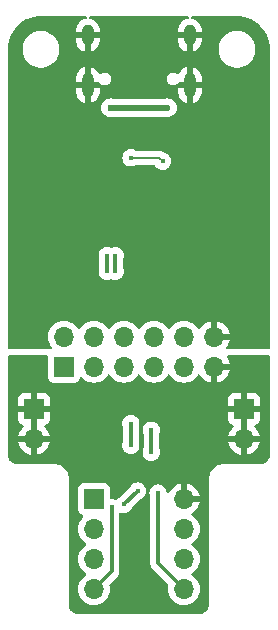
<source format=gbl>
%TF.GenerationSoftware,KiCad,Pcbnew,8.0.8*%
%TF.CreationDate,2025-02-23T09:20:06-05:00*%
%TF.ProjectId,attinyx12_dev,61747469-6e79-4783-9132-5f6465762e6b,rev?*%
%TF.SameCoordinates,Original*%
%TF.FileFunction,Copper,L2,Bot*%
%TF.FilePolarity,Positive*%
%FSLAX46Y46*%
G04 Gerber Fmt 4.6, Leading zero omitted, Abs format (unit mm)*
G04 Created by KiCad (PCBNEW 8.0.8) date 2025-02-23 09:20:06*
%MOMM*%
%LPD*%
G01*
G04 APERTURE LIST*
%TA.AperFunction,ComponentPad*%
%ADD10R,1.700000X1.700000*%
%TD*%
%TA.AperFunction,ComponentPad*%
%ADD11O,1.700000X1.700000*%
%TD*%
%TA.AperFunction,ComponentPad*%
%ADD12O,1.000000X2.100000*%
%TD*%
%TA.AperFunction,ComponentPad*%
%ADD13O,1.000000X1.800000*%
%TD*%
%TA.AperFunction,ViaPad*%
%ADD14C,0.600000*%
%TD*%
%TA.AperFunction,ViaPad*%
%ADD15C,0.800000*%
%TD*%
%TA.AperFunction,ViaPad*%
%ADD16C,0.450000*%
%TD*%
%TA.AperFunction,Conductor*%
%ADD17C,0.300000*%
%TD*%
%TA.AperFunction,Conductor*%
%ADD18C,0.500000*%
%TD*%
%TA.AperFunction,Conductor*%
%ADD19C,0.200000*%
%TD*%
G04 APERTURE END LIST*
D10*
%TO.P,J4,1,Pin_1*%
%TO.N,+5VA*%
X5955000Y-30875000D03*
D11*
%TO.P,J4,2,Pin_2*%
%TO.N,+5V*%
X5955000Y-28335000D03*
%TO.P,J4,3,Pin_3*%
%TO.N,/PA7*%
X8495000Y-30875000D03*
%TO.P,J4,4,Pin_4*%
%TO.N,/TX*%
X8495000Y-28335000D03*
%TO.P,J4,5,Pin_5*%
%TO.N,/PA6*%
X11035000Y-30875000D03*
%TO.P,J4,6,Pin_6*%
%TO.N,/RX*%
X11035000Y-28335000D03*
%TO.P,J4,7,Pin_7*%
%TO.N,/PA0*%
X13575000Y-30875000D03*
%TO.P,J4,8,Pin_8*%
%TO.N,/UPDI*%
X13575000Y-28335000D03*
%TO.P,J4,9,Pin_9*%
%TO.N,/PA3*%
X16115000Y-30875000D03*
%TO.P,J4,10,Pin_10*%
%TO.N,/LED*%
X16115000Y-28335000D03*
%TO.P,J4,11,Pin_11*%
%TO.N,GND1*%
X18655000Y-30875000D03*
%TO.P,J4,12,Pin_12*%
%TO.N,GND*%
X18655000Y-28335000D03*
%TD*%
D12*
%TO.P,J1,S1,SHIELD*%
%TO.N,GND*%
X16620000Y-7025000D03*
D13*
X16620000Y-2825000D03*
D12*
X7980000Y-7025000D03*
D13*
X7980000Y-2825000D03*
%TD*%
D10*
%TO.P,J6,1,Pin_1*%
%TO.N,GND1*%
X21190000Y-34460000D03*
D11*
%TO.P,J6,2,Pin_2*%
X21190000Y-37000000D03*
%TD*%
D10*
%TO.P,J5,1,Pin_1*%
%TO.N,GND1*%
X3410000Y-34460000D03*
D11*
%TO.P,J5,2,Pin_2*%
X3410000Y-37000000D03*
%TD*%
D10*
%TO.P,J2,1,Pin_1*%
%TO.N,+5VA*%
X8490000Y-42080000D03*
D11*
%TO.P,J2,2,Pin_2*%
%TO.N,/PA6*%
X8490000Y-44620000D03*
%TO.P,J2,3,Pin_3*%
%TO.N,/PA7*%
X8490000Y-47160000D03*
%TO.P,J2,4,Pin_4*%
%TO.N,/PA1*%
X8490000Y-49700000D03*
%TD*%
%TO.P,J3,1,Pin_1*%
%TO.N,GND1*%
X16110000Y-42080000D03*
%TO.P,J3,2,Pin_2*%
%TO.N,/PA3*%
X16110000Y-44620000D03*
%TO.P,J3,3,Pin_3*%
%TO.N,/PA0*%
X16110000Y-47160000D03*
%TO.P,J3,4,Pin_4*%
%TO.N,/PA2*%
X16110000Y-49700000D03*
%TD*%
D14*
%TO.N,GND*%
X13650000Y-22880000D03*
D15*
X12310000Y-17437500D03*
X11310000Y-17437500D03*
D14*
X5230000Y-15300000D03*
X8600000Y-8870000D03*
X5230000Y-13580000D03*
X19420000Y-21050000D03*
X3200000Y-10690000D03*
X15500000Y-13020000D03*
D15*
X13310000Y-17437500D03*
D14*
X15500000Y-14740000D03*
X15510000Y-11320000D03*
X16000000Y-8870000D03*
%TO.N,GND1*%
X7370000Y-37700000D03*
X16460000Y-35000000D03*
D16*
%TO.N,/PA1*%
X9984999Y-42785001D03*
%TO.N,/PA6*%
X12194000Y-41400000D03*
X11044001Y-42539172D03*
%TO.N,/PA7*%
X11619000Y-37530000D03*
X11619000Y-35690000D03*
%TO.N,/PA2*%
X13919000Y-41568413D03*
%TO.N,/PA3*%
X13344000Y-36250000D03*
X13344000Y-38110000D03*
%TO.N,/TX*%
X9610000Y-22815000D03*
X9610000Y-21465000D03*
%TO.N,/RX*%
X10310000Y-21465000D03*
X10310000Y-22815000D03*
D14*
%TO.N,Net-(F1-Pad1)*%
X9910000Y-8960000D03*
X14700000Y-8960000D03*
D16*
%TO.N,/UD+*%
X11625000Y-13194591D03*
X14310000Y-13480000D03*
%TD*%
D17*
%TO.N,/PA1*%
X9984999Y-48205001D02*
X8490000Y-49700000D01*
X9984999Y-42785001D02*
X9984999Y-48205001D01*
%TO.N,/PA6*%
X11044001Y-42539172D02*
X11054828Y-42539172D01*
X11054828Y-42539172D02*
X12194000Y-41400000D01*
%TO.N,/PA7*%
X11619000Y-37530000D02*
X11619000Y-35690000D01*
%TO.N,/PA2*%
X13919000Y-47509000D02*
X16110000Y-49700000D01*
X13919000Y-41568413D02*
X13919000Y-47509000D01*
%TO.N,/PA3*%
X13344000Y-36250000D02*
X13344000Y-38110000D01*
%TO.N,/TX*%
X9610000Y-21465000D02*
X9610000Y-22815000D01*
%TO.N,/RX*%
X10310000Y-21465000D02*
X10310000Y-22815000D01*
D18*
%TO.N,Net-(F1-Pad1)*%
X9910000Y-8960000D02*
X14700000Y-8960000D01*
D19*
%TO.N,/UD+*%
X14024591Y-13194591D02*
X14310000Y-13480000D01*
X11625000Y-13194591D02*
X14024591Y-13194591D01*
%TD*%
%TA.AperFunction,Conductor*%
%TO.N,GND*%
G36*
X7818196Y-1220184D02*
G01*
X7863951Y-1272988D01*
X7873895Y-1342146D01*
X7844870Y-1405702D01*
X7786092Y-1443476D01*
X7775348Y-1446116D01*
X7688318Y-1463427D01*
X7688306Y-1463430D01*
X7506328Y-1538807D01*
X7506315Y-1538814D01*
X7342537Y-1648248D01*
X7342533Y-1648251D01*
X7203251Y-1787533D01*
X7203248Y-1787537D01*
X7093814Y-1951315D01*
X7093807Y-1951328D01*
X7018430Y-2133306D01*
X7018427Y-2133318D01*
X6980000Y-2326504D01*
X6980000Y-2575000D01*
X7680000Y-2575000D01*
X7680000Y-3075000D01*
X6980000Y-3075000D01*
X6980000Y-3323495D01*
X7018427Y-3516681D01*
X7018430Y-3516693D01*
X7093807Y-3698671D01*
X7093814Y-3698684D01*
X7203248Y-3862462D01*
X7203251Y-3862466D01*
X7342533Y-4001748D01*
X7342537Y-4001751D01*
X7506315Y-4111185D01*
X7506328Y-4111192D01*
X7688308Y-4186569D01*
X7730000Y-4194862D01*
X7730000Y-3391988D01*
X7739940Y-3409205D01*
X7795795Y-3465060D01*
X7864204Y-3504556D01*
X7940504Y-3525000D01*
X8019496Y-3525000D01*
X8095796Y-3504556D01*
X8164205Y-3465060D01*
X8220060Y-3409205D01*
X8230000Y-3391988D01*
X8230000Y-4194862D01*
X8271690Y-4186569D01*
X8271692Y-4186569D01*
X8453671Y-4111192D01*
X8453684Y-4111185D01*
X8617462Y-4001751D01*
X8617466Y-4001748D01*
X8756748Y-3862466D01*
X8756751Y-3862462D01*
X8866185Y-3698684D01*
X8866192Y-3698671D01*
X8941569Y-3516693D01*
X8941572Y-3516681D01*
X8979999Y-3323495D01*
X8980000Y-3323492D01*
X8980000Y-3075000D01*
X8280000Y-3075000D01*
X8280000Y-2575000D01*
X8980000Y-2575000D01*
X8980000Y-2326508D01*
X8979999Y-2326504D01*
X8941572Y-2133318D01*
X8941569Y-2133306D01*
X8866192Y-1951328D01*
X8866185Y-1951315D01*
X8756751Y-1787537D01*
X8756748Y-1787533D01*
X8617466Y-1648251D01*
X8617462Y-1648248D01*
X8453684Y-1538814D01*
X8453671Y-1538807D01*
X8271693Y-1463430D01*
X8271681Y-1463427D01*
X8184652Y-1446116D01*
X8122741Y-1413732D01*
X8088167Y-1353016D01*
X8091906Y-1283246D01*
X8132772Y-1226574D01*
X8197790Y-1200993D01*
X8208843Y-1200499D01*
X16391157Y-1200499D01*
X16458196Y-1220184D01*
X16503951Y-1272988D01*
X16513895Y-1342146D01*
X16484870Y-1405702D01*
X16426092Y-1443476D01*
X16415348Y-1446116D01*
X16328318Y-1463427D01*
X16328306Y-1463430D01*
X16146328Y-1538807D01*
X16146315Y-1538814D01*
X15982537Y-1648248D01*
X15982533Y-1648251D01*
X15843251Y-1787533D01*
X15843248Y-1787537D01*
X15733814Y-1951315D01*
X15733807Y-1951328D01*
X15658430Y-2133306D01*
X15658427Y-2133318D01*
X15620000Y-2326504D01*
X15620000Y-2575000D01*
X16320000Y-2575000D01*
X16320000Y-3075000D01*
X15620000Y-3075000D01*
X15620000Y-3323495D01*
X15658427Y-3516681D01*
X15658430Y-3516693D01*
X15733807Y-3698671D01*
X15733814Y-3698684D01*
X15843248Y-3862462D01*
X15843251Y-3862466D01*
X15982533Y-4001748D01*
X15982537Y-4001751D01*
X16146315Y-4111185D01*
X16146328Y-4111192D01*
X16328308Y-4186569D01*
X16370000Y-4194862D01*
X16370000Y-3391988D01*
X16379940Y-3409205D01*
X16435795Y-3465060D01*
X16504204Y-3504556D01*
X16580504Y-3525000D01*
X16659496Y-3525000D01*
X16735796Y-3504556D01*
X16804205Y-3465060D01*
X16860060Y-3409205D01*
X16870000Y-3391988D01*
X16870000Y-4194862D01*
X16911690Y-4186569D01*
X16911692Y-4186569D01*
X17093671Y-4111192D01*
X17093684Y-4111185D01*
X17257462Y-4001751D01*
X17257466Y-4001748D01*
X17381241Y-3877973D01*
X19049500Y-3877973D01*
X19049500Y-4122026D01*
X19087678Y-4363072D01*
X19163097Y-4595187D01*
X19273896Y-4812642D01*
X19417339Y-5010076D01*
X19417343Y-5010081D01*
X19589918Y-5182656D01*
X19589923Y-5182660D01*
X19762136Y-5307779D01*
X19787361Y-5326106D01*
X20004815Y-5436904D01*
X20236924Y-5512321D01*
X20477973Y-5550500D01*
X20477974Y-5550500D01*
X20722026Y-5550500D01*
X20722027Y-5550500D01*
X20963076Y-5512321D01*
X21195185Y-5436904D01*
X21412639Y-5326106D01*
X21610083Y-5182655D01*
X21782655Y-5010083D01*
X21926106Y-4812639D01*
X22036904Y-4595185D01*
X22112321Y-4363076D01*
X22150500Y-4122027D01*
X22150500Y-3877973D01*
X22112321Y-3636924D01*
X22036904Y-3404815D01*
X21926106Y-3187361D01*
X21907779Y-3162136D01*
X21782660Y-2989923D01*
X21782656Y-2989918D01*
X21610081Y-2817343D01*
X21610076Y-2817339D01*
X21412642Y-2673896D01*
X21412641Y-2673895D01*
X21412639Y-2673894D01*
X21195185Y-2563096D01*
X20963076Y-2487679D01*
X20963074Y-2487678D01*
X20963072Y-2487678D01*
X20794769Y-2461021D01*
X20722027Y-2449500D01*
X20477973Y-2449500D01*
X20422093Y-2458350D01*
X20236927Y-2487678D01*
X20004812Y-2563097D01*
X19787357Y-2673896D01*
X19589923Y-2817339D01*
X19589918Y-2817343D01*
X19417343Y-2989918D01*
X19417339Y-2989923D01*
X19273896Y-3187357D01*
X19163097Y-3404812D01*
X19087678Y-3636927D01*
X19049500Y-3877973D01*
X17381241Y-3877973D01*
X17396748Y-3862466D01*
X17396751Y-3862462D01*
X17506185Y-3698684D01*
X17506192Y-3698671D01*
X17581569Y-3516693D01*
X17581572Y-3516681D01*
X17619999Y-3323495D01*
X17620000Y-3323492D01*
X17620000Y-3075000D01*
X16920000Y-3075000D01*
X16920000Y-2575000D01*
X17620000Y-2575000D01*
X17620000Y-2326508D01*
X17619999Y-2326504D01*
X17581572Y-2133318D01*
X17581569Y-2133306D01*
X17506192Y-1951328D01*
X17506185Y-1951315D01*
X17396751Y-1787537D01*
X17396748Y-1787533D01*
X17257466Y-1648251D01*
X17257462Y-1648248D01*
X17093684Y-1538814D01*
X17093671Y-1538807D01*
X16911693Y-1463430D01*
X16911681Y-1463427D01*
X16824652Y-1446116D01*
X16762741Y-1413732D01*
X16728167Y-1353016D01*
X16731906Y-1283246D01*
X16772772Y-1226574D01*
X16837790Y-1200993D01*
X16848843Y-1200499D01*
X20535451Y-1200499D01*
X20535455Y-1200500D01*
X20560118Y-1200500D01*
X20596519Y-1200500D01*
X20603472Y-1200695D01*
X20610280Y-1201077D01*
X20906503Y-1217713D01*
X20920301Y-1219267D01*
X21216080Y-1269522D01*
X21229636Y-1272616D01*
X21517927Y-1355672D01*
X21531051Y-1360265D01*
X21755073Y-1453057D01*
X21808219Y-1475071D01*
X21808222Y-1475072D01*
X21820744Y-1481101D01*
X21925154Y-1538807D01*
X22083328Y-1626227D01*
X22095102Y-1633625D01*
X22115716Y-1648251D01*
X22339789Y-1807239D01*
X22350657Y-1815907D01*
X22574352Y-2015815D01*
X22584184Y-2025647D01*
X22784092Y-2249342D01*
X22792763Y-2260214D01*
X22966374Y-2504897D01*
X22973772Y-2516671D01*
X23118894Y-2779248D01*
X23124927Y-2791777D01*
X23239734Y-3068948D01*
X23244327Y-3082072D01*
X23327383Y-3370363D01*
X23330477Y-3383920D01*
X23380730Y-3679689D01*
X23382287Y-3693507D01*
X23399304Y-3996525D01*
X23399499Y-4003478D01*
X23399499Y-29276000D01*
X23379814Y-29343039D01*
X23327010Y-29388794D01*
X23275499Y-29400000D01*
X19795525Y-29400000D01*
X19728486Y-29380315D01*
X19682731Y-29327511D01*
X19672787Y-29258353D01*
X19693951Y-29204876D01*
X19828595Y-29012585D01*
X19828599Y-29012579D01*
X19928429Y-28798492D01*
X19928432Y-28798486D01*
X19985636Y-28585000D01*
X19088012Y-28585000D01*
X19120925Y-28527993D01*
X19155000Y-28400826D01*
X19155000Y-28269174D01*
X19120925Y-28142007D01*
X19088012Y-28085000D01*
X19985636Y-28085000D01*
X19985635Y-28084999D01*
X19928432Y-27871513D01*
X19928429Y-27871507D01*
X19828600Y-27657422D01*
X19828599Y-27657420D01*
X19693113Y-27463926D01*
X19693108Y-27463920D01*
X19526082Y-27296894D01*
X19332578Y-27161399D01*
X19118492Y-27061570D01*
X19118486Y-27061567D01*
X18905000Y-27004364D01*
X18905000Y-27901988D01*
X18847993Y-27869075D01*
X18720826Y-27835000D01*
X18589174Y-27835000D01*
X18462007Y-27869075D01*
X18405000Y-27901988D01*
X18405000Y-27004364D01*
X18404999Y-27004364D01*
X18191513Y-27061567D01*
X18191507Y-27061570D01*
X17977422Y-27161399D01*
X17977420Y-27161400D01*
X17783926Y-27296886D01*
X17783920Y-27296891D01*
X17616891Y-27463920D01*
X17616890Y-27463922D01*
X17486880Y-27649595D01*
X17432303Y-27693219D01*
X17362804Y-27700412D01*
X17300450Y-27668890D01*
X17283730Y-27649594D01*
X17153494Y-27463597D01*
X16986402Y-27296506D01*
X16986395Y-27296501D01*
X16792834Y-27160967D01*
X16792830Y-27160965D01*
X16792828Y-27160964D01*
X16578663Y-27061097D01*
X16578659Y-27061096D01*
X16578655Y-27061094D01*
X16350413Y-26999938D01*
X16350403Y-26999936D01*
X16115001Y-26979341D01*
X16114999Y-26979341D01*
X15879596Y-26999936D01*
X15879586Y-26999938D01*
X15651344Y-27061094D01*
X15651335Y-27061098D01*
X15437171Y-27160964D01*
X15437169Y-27160965D01*
X15243597Y-27296505D01*
X15076505Y-27463597D01*
X14946575Y-27649158D01*
X14891998Y-27692783D01*
X14822500Y-27699977D01*
X14760145Y-27668454D01*
X14743425Y-27649158D01*
X14613494Y-27463597D01*
X14446402Y-27296506D01*
X14446395Y-27296501D01*
X14252834Y-27160967D01*
X14252830Y-27160965D01*
X14252828Y-27160964D01*
X14038663Y-27061097D01*
X14038659Y-27061096D01*
X14038655Y-27061094D01*
X13810413Y-26999938D01*
X13810403Y-26999936D01*
X13575001Y-26979341D01*
X13574999Y-26979341D01*
X13339596Y-26999936D01*
X13339586Y-26999938D01*
X13111344Y-27061094D01*
X13111335Y-27061098D01*
X12897171Y-27160964D01*
X12897169Y-27160965D01*
X12703597Y-27296505D01*
X12536505Y-27463597D01*
X12406575Y-27649158D01*
X12351998Y-27692783D01*
X12282500Y-27699977D01*
X12220145Y-27668454D01*
X12203425Y-27649158D01*
X12073494Y-27463597D01*
X11906402Y-27296506D01*
X11906395Y-27296501D01*
X11712834Y-27160967D01*
X11712830Y-27160965D01*
X11712828Y-27160964D01*
X11498663Y-27061097D01*
X11498659Y-27061096D01*
X11498655Y-27061094D01*
X11270413Y-26999938D01*
X11270403Y-26999936D01*
X11035001Y-26979341D01*
X11034999Y-26979341D01*
X10799596Y-26999936D01*
X10799586Y-26999938D01*
X10571344Y-27061094D01*
X10571335Y-27061098D01*
X10357171Y-27160964D01*
X10357169Y-27160965D01*
X10163597Y-27296505D01*
X9996505Y-27463597D01*
X9866575Y-27649158D01*
X9811998Y-27692783D01*
X9742500Y-27699977D01*
X9680145Y-27668454D01*
X9663425Y-27649158D01*
X9533494Y-27463597D01*
X9366402Y-27296506D01*
X9366395Y-27296501D01*
X9172834Y-27160967D01*
X9172830Y-27160965D01*
X9172828Y-27160964D01*
X8958663Y-27061097D01*
X8958659Y-27061096D01*
X8958655Y-27061094D01*
X8730413Y-26999938D01*
X8730403Y-26999936D01*
X8495001Y-26979341D01*
X8494999Y-26979341D01*
X8259596Y-26999936D01*
X8259586Y-26999938D01*
X8031344Y-27061094D01*
X8031335Y-27061098D01*
X7817171Y-27160964D01*
X7817169Y-27160965D01*
X7623597Y-27296505D01*
X7456505Y-27463597D01*
X7326575Y-27649158D01*
X7271998Y-27692783D01*
X7202500Y-27699977D01*
X7140145Y-27668454D01*
X7123425Y-27649158D01*
X6993494Y-27463597D01*
X6826402Y-27296506D01*
X6826395Y-27296501D01*
X6632834Y-27160967D01*
X6632830Y-27160965D01*
X6632828Y-27160964D01*
X6418663Y-27061097D01*
X6418659Y-27061096D01*
X6418655Y-27061094D01*
X6190413Y-26999938D01*
X6190403Y-26999936D01*
X5955001Y-26979341D01*
X5954999Y-26979341D01*
X5719596Y-26999936D01*
X5719586Y-26999938D01*
X5491344Y-27061094D01*
X5491335Y-27061098D01*
X5277171Y-27160964D01*
X5277169Y-27160965D01*
X5083597Y-27296505D01*
X4916505Y-27463597D01*
X4780965Y-27657169D01*
X4780964Y-27657171D01*
X4681098Y-27871335D01*
X4681094Y-27871344D01*
X4619938Y-28099586D01*
X4619936Y-28099596D01*
X4599341Y-28334999D01*
X4599341Y-28335000D01*
X4619936Y-28570403D01*
X4619938Y-28570413D01*
X4681094Y-28798655D01*
X4681096Y-28798659D01*
X4681097Y-28798663D01*
X4761004Y-28970023D01*
X4780965Y-29012830D01*
X4780967Y-29012834D01*
X4915437Y-29204877D01*
X4937764Y-29271083D01*
X4920754Y-29338850D01*
X4869806Y-29386663D01*
X4813862Y-29400000D01*
X1324501Y-29400000D01*
X1257462Y-29380315D01*
X1211707Y-29327511D01*
X1200501Y-29276000D01*
X1200501Y-21464996D01*
X8879909Y-21464996D01*
X8879909Y-21465003D01*
X8898212Y-21627457D01*
X8952541Y-21782718D01*
X8959500Y-21823673D01*
X8959500Y-22456325D01*
X8952542Y-22497279D01*
X8898212Y-22652544D01*
X8879909Y-22814996D01*
X8879909Y-22815003D01*
X8898212Y-22977455D01*
X8952210Y-23131774D01*
X8952211Y-23131775D01*
X9039192Y-23270204D01*
X9154796Y-23385808D01*
X9293225Y-23472789D01*
X9447539Y-23526786D01*
X9447542Y-23526786D01*
X9447544Y-23526787D01*
X9609996Y-23545091D01*
X9610000Y-23545091D01*
X9610004Y-23545091D01*
X9772457Y-23526787D01*
X9772459Y-23526786D01*
X9772461Y-23526786D01*
X9919047Y-23475492D01*
X9988823Y-23471930D01*
X10000939Y-23475488D01*
X10147539Y-23526786D01*
X10147542Y-23526787D01*
X10309996Y-23545091D01*
X10310000Y-23545091D01*
X10310004Y-23545091D01*
X10472455Y-23526787D01*
X10472456Y-23526786D01*
X10472461Y-23526786D01*
X10626775Y-23472789D01*
X10765204Y-23385808D01*
X10880808Y-23270204D01*
X10967789Y-23131775D01*
X11021786Y-22977461D01*
X11040091Y-22815000D01*
X11021786Y-22652539D01*
X10967789Y-22498225D01*
X10967458Y-22497279D01*
X10960500Y-22456325D01*
X10960500Y-21823673D01*
X10967459Y-21782718D01*
X11021787Y-21627457D01*
X11040091Y-21465003D01*
X11040091Y-21464996D01*
X11021787Y-21302544D01*
X11021786Y-21302542D01*
X11021786Y-21302539D01*
X10967789Y-21148225D01*
X10880808Y-21009796D01*
X10765204Y-20894192D01*
X10659999Y-20828087D01*
X10626774Y-20807210D01*
X10472455Y-20753212D01*
X10310004Y-20734909D01*
X10309996Y-20734909D01*
X10147544Y-20753212D01*
X10000954Y-20804506D01*
X9931175Y-20808067D01*
X9919046Y-20804506D01*
X9772455Y-20753212D01*
X9610004Y-20734909D01*
X9609996Y-20734909D01*
X9447544Y-20753212D01*
X9293225Y-20807210D01*
X9154795Y-20894192D01*
X9039192Y-21009795D01*
X8952210Y-21148225D01*
X8898212Y-21302544D01*
X8879909Y-21464996D01*
X1200501Y-21464996D01*
X1200500Y-13194587D01*
X10894909Y-13194587D01*
X10894909Y-13194594D01*
X10913212Y-13357046D01*
X10967210Y-13511365D01*
X10967211Y-13511366D01*
X11054192Y-13649795D01*
X11169796Y-13765399D01*
X11308225Y-13852380D01*
X11462539Y-13906377D01*
X11462542Y-13906377D01*
X11462544Y-13906378D01*
X11624996Y-13924682D01*
X11625000Y-13924682D01*
X11625004Y-13924682D01*
X11787455Y-13906378D01*
X11787456Y-13906377D01*
X11787461Y-13906377D01*
X11941775Y-13852380D01*
X12002702Y-13814096D01*
X12068674Y-13795091D01*
X13582621Y-13795091D01*
X13649660Y-13814776D01*
X13687613Y-13853117D01*
X13739192Y-13935204D01*
X13854796Y-14050808D01*
X13993225Y-14137789D01*
X14147539Y-14191786D01*
X14147542Y-14191786D01*
X14147544Y-14191787D01*
X14309996Y-14210091D01*
X14310000Y-14210091D01*
X14310004Y-14210091D01*
X14472455Y-14191787D01*
X14472456Y-14191786D01*
X14472461Y-14191786D01*
X14626775Y-14137789D01*
X14765204Y-14050808D01*
X14880808Y-13935204D01*
X14967789Y-13796775D01*
X15021786Y-13642461D01*
X15040091Y-13480000D01*
X15026237Y-13357046D01*
X15021787Y-13317544D01*
X15021786Y-13317542D01*
X15021786Y-13317539D01*
X14967789Y-13163225D01*
X14880808Y-13024796D01*
X14765204Y-12909192D01*
X14715270Y-12877816D01*
X14626774Y-12822210D01*
X14546363Y-12794073D01*
X14472461Y-12768214D01*
X14472458Y-12768213D01*
X14465889Y-12765915D01*
X14466508Y-12764143D01*
X14414792Y-12735556D01*
X14393308Y-12714072D01*
X14393307Y-12714071D01*
X14306495Y-12663951D01*
X14306495Y-12663950D01*
X14306491Y-12663949D01*
X14256376Y-12635014D01*
X14103648Y-12594090D01*
X13945534Y-12594090D01*
X13937938Y-12594090D01*
X13937922Y-12594091D01*
X12068674Y-12594091D01*
X12002702Y-12575085D01*
X11941774Y-12536801D01*
X11787455Y-12482803D01*
X11625004Y-12464500D01*
X11624996Y-12464500D01*
X11462544Y-12482803D01*
X11308225Y-12536801D01*
X11169795Y-12623783D01*
X11054192Y-12739386D01*
X10967210Y-12877816D01*
X10913212Y-13032135D01*
X10894909Y-13194587D01*
X1200500Y-13194587D01*
X1200500Y-8959996D01*
X9104435Y-8959996D01*
X9104435Y-8960003D01*
X9124630Y-9139249D01*
X9124631Y-9139254D01*
X9184211Y-9309523D01*
X9280184Y-9462262D01*
X9407738Y-9589816D01*
X9560478Y-9685789D01*
X9631098Y-9710500D01*
X9730745Y-9745368D01*
X9730750Y-9745369D01*
X9909996Y-9765565D01*
X9910000Y-9765565D01*
X9910004Y-9765565D01*
X10089249Y-9745369D01*
X10089252Y-9745368D01*
X10089255Y-9745368D01*
X10169017Y-9717457D01*
X10209972Y-9710500D01*
X14400028Y-9710500D01*
X14440983Y-9717458D01*
X14520745Y-9745368D01*
X14520750Y-9745369D01*
X14699996Y-9765565D01*
X14700000Y-9765565D01*
X14700004Y-9765565D01*
X14879249Y-9745369D01*
X14879252Y-9745368D01*
X14879255Y-9745368D01*
X15049522Y-9685789D01*
X15202262Y-9589816D01*
X15329816Y-9462262D01*
X15425789Y-9309522D01*
X15485368Y-9139255D01*
X15505565Y-8960000D01*
X15485368Y-8780745D01*
X15425789Y-8610478D01*
X15329816Y-8457738D01*
X15202262Y-8330184D01*
X15049523Y-8234211D01*
X14879254Y-8174631D01*
X14879249Y-8174630D01*
X14700004Y-8154435D01*
X14699996Y-8154435D01*
X14520750Y-8174630D01*
X14520745Y-8174631D01*
X14440983Y-8202542D01*
X14400028Y-8209500D01*
X10209972Y-8209500D01*
X10169017Y-8202542D01*
X10089254Y-8174631D01*
X10089249Y-8174630D01*
X9910004Y-8154435D01*
X9909996Y-8154435D01*
X9730750Y-8174630D01*
X9730745Y-8174631D01*
X9560476Y-8234211D01*
X9407737Y-8330184D01*
X9280184Y-8457737D01*
X9184211Y-8610476D01*
X9124631Y-8780745D01*
X9124630Y-8780750D01*
X9104435Y-8959996D01*
X1200500Y-8959996D01*
X1200500Y-6376504D01*
X6980000Y-6376504D01*
X6980000Y-6775000D01*
X7680000Y-6775000D01*
X7680000Y-7275000D01*
X6980000Y-7275000D01*
X6980000Y-7673495D01*
X7018427Y-7866681D01*
X7018430Y-7866693D01*
X7093807Y-8048671D01*
X7093814Y-8048684D01*
X7203248Y-8212462D01*
X7203251Y-8212466D01*
X7342533Y-8351748D01*
X7342537Y-8351751D01*
X7506315Y-8461185D01*
X7506328Y-8461192D01*
X7688308Y-8536569D01*
X7730000Y-8544862D01*
X7730000Y-7741988D01*
X7739940Y-7759205D01*
X7795795Y-7815060D01*
X7864204Y-7854556D01*
X7940504Y-7875000D01*
X8019496Y-7875000D01*
X8095796Y-7854556D01*
X8164205Y-7815060D01*
X8220060Y-7759205D01*
X8230000Y-7741988D01*
X8230000Y-8544862D01*
X8271690Y-8536569D01*
X8271692Y-8536569D01*
X8453671Y-8461192D01*
X8453684Y-8461185D01*
X8617462Y-8351751D01*
X8617466Y-8351748D01*
X8756748Y-8212466D01*
X8756751Y-8212462D01*
X8866185Y-8048684D01*
X8866192Y-8048671D01*
X8941569Y-7866693D01*
X8941572Y-7866681D01*
X8979999Y-7673495D01*
X8980000Y-7673492D01*
X8980000Y-7275000D01*
X8280000Y-7275000D01*
X8280000Y-6775000D01*
X8887934Y-6775000D01*
X8954973Y-6794685D01*
X8986309Y-6823513D01*
X8989494Y-6827664D01*
X8989495Y-6827665D01*
X9087335Y-6925505D01*
X9207164Y-6994688D01*
X9340817Y-7030500D01*
X9340819Y-7030500D01*
X9479181Y-7030500D01*
X9479183Y-7030500D01*
X9612836Y-6994688D01*
X9732665Y-6925505D01*
X9830505Y-6827665D01*
X9899688Y-6707836D01*
X9935500Y-6574183D01*
X9935500Y-6435817D01*
X14664500Y-6435817D01*
X14664500Y-6574182D01*
X14700312Y-6707835D01*
X14700313Y-6707838D01*
X14769492Y-6827661D01*
X14769494Y-6827664D01*
X14769495Y-6827665D01*
X14867335Y-6925505D01*
X14987164Y-6994688D01*
X15120817Y-7030500D01*
X15120819Y-7030500D01*
X15259181Y-7030500D01*
X15259183Y-7030500D01*
X15392836Y-6994688D01*
X15512665Y-6925505D01*
X15610505Y-6827665D01*
X15610507Y-6827660D01*
X15613691Y-6823513D01*
X15670119Y-6782311D01*
X15712066Y-6775000D01*
X16320000Y-6775000D01*
X16320000Y-7275000D01*
X15620000Y-7275000D01*
X15620000Y-7673495D01*
X15658427Y-7866681D01*
X15658430Y-7866693D01*
X15733807Y-8048671D01*
X15733814Y-8048684D01*
X15843248Y-8212462D01*
X15843251Y-8212466D01*
X15982533Y-8351748D01*
X15982537Y-8351751D01*
X16146315Y-8461185D01*
X16146328Y-8461192D01*
X16328308Y-8536569D01*
X16370000Y-8544862D01*
X16370000Y-7741988D01*
X16379940Y-7759205D01*
X16435795Y-7815060D01*
X16504204Y-7854556D01*
X16580504Y-7875000D01*
X16659496Y-7875000D01*
X16735796Y-7854556D01*
X16804205Y-7815060D01*
X16860060Y-7759205D01*
X16870000Y-7741988D01*
X16870000Y-8544862D01*
X16911690Y-8536569D01*
X16911692Y-8536569D01*
X17093671Y-8461192D01*
X17093684Y-8461185D01*
X17257462Y-8351751D01*
X17257466Y-8351748D01*
X17396748Y-8212466D01*
X17396751Y-8212462D01*
X17506185Y-8048684D01*
X17506192Y-8048671D01*
X17581569Y-7866693D01*
X17581572Y-7866681D01*
X17619999Y-7673495D01*
X17620000Y-7673492D01*
X17620000Y-7275000D01*
X16920000Y-7275000D01*
X16920000Y-6775000D01*
X17620000Y-6775000D01*
X17620000Y-6376508D01*
X17619999Y-6376504D01*
X17581572Y-6183318D01*
X17581569Y-6183306D01*
X17506192Y-6001328D01*
X17506185Y-6001315D01*
X17396751Y-5837537D01*
X17396748Y-5837533D01*
X17257466Y-5698251D01*
X17257462Y-5698248D01*
X17093684Y-5588814D01*
X17093671Y-5588807D01*
X16911691Y-5513429D01*
X16911683Y-5513427D01*
X16870000Y-5505135D01*
X16870000Y-6308011D01*
X16860060Y-6290795D01*
X16804205Y-6234940D01*
X16735796Y-6195444D01*
X16659496Y-6175000D01*
X16580504Y-6175000D01*
X16504204Y-6195444D01*
X16435795Y-6234940D01*
X16379940Y-6290795D01*
X16370000Y-6308011D01*
X16370000Y-5505136D01*
X16369999Y-5505135D01*
X16328316Y-5513427D01*
X16328308Y-5513429D01*
X16146328Y-5588807D01*
X16146315Y-5588814D01*
X15982537Y-5698248D01*
X15982533Y-5698251D01*
X15843251Y-5837533D01*
X15843248Y-5837537D01*
X15733814Y-6001315D01*
X15733808Y-6001327D01*
X15715694Y-6045057D01*
X15671852Y-6099459D01*
X15605558Y-6121523D01*
X15537859Y-6104243D01*
X15513453Y-6085283D01*
X15512666Y-6084496D01*
X15512661Y-6084492D01*
X15392838Y-6015313D01*
X15392837Y-6015312D01*
X15392836Y-6015312D01*
X15259183Y-5979500D01*
X15120817Y-5979500D01*
X14987164Y-6015312D01*
X14987161Y-6015313D01*
X14867338Y-6084492D01*
X14867333Y-6084496D01*
X14769496Y-6182333D01*
X14769492Y-6182338D01*
X14700313Y-6302161D01*
X14700312Y-6302164D01*
X14664500Y-6435817D01*
X9935500Y-6435817D01*
X9899688Y-6302164D01*
X9860876Y-6234940D01*
X9830507Y-6182338D01*
X9830503Y-6182333D01*
X9732666Y-6084496D01*
X9732661Y-6084492D01*
X9612838Y-6015313D01*
X9612837Y-6015312D01*
X9612836Y-6015312D01*
X9479183Y-5979500D01*
X9340817Y-5979500D01*
X9207164Y-6015312D01*
X9207161Y-6015313D01*
X9087338Y-6084492D01*
X9087334Y-6084495D01*
X9086540Y-6085290D01*
X9085706Y-6085745D01*
X9080890Y-6089441D01*
X9080313Y-6088689D01*
X9025214Y-6118770D01*
X8955523Y-6113780D01*
X8899592Y-6071905D01*
X8884304Y-6045055D01*
X8866190Y-6001324D01*
X8866185Y-6001315D01*
X8756751Y-5837537D01*
X8756748Y-5837533D01*
X8617466Y-5698251D01*
X8617462Y-5698248D01*
X8453684Y-5588814D01*
X8453671Y-5588807D01*
X8271691Y-5513429D01*
X8271683Y-5513427D01*
X8230000Y-5505135D01*
X8230000Y-6308011D01*
X8220060Y-6290795D01*
X8164205Y-6234940D01*
X8095796Y-6195444D01*
X8019496Y-6175000D01*
X7940504Y-6175000D01*
X7864204Y-6195444D01*
X7795795Y-6234940D01*
X7739940Y-6290795D01*
X7730000Y-6308011D01*
X7730000Y-5505136D01*
X7729999Y-5505135D01*
X7688316Y-5513427D01*
X7688308Y-5513429D01*
X7506328Y-5588807D01*
X7506315Y-5588814D01*
X7342537Y-5698248D01*
X7342533Y-5698251D01*
X7203251Y-5837533D01*
X7203248Y-5837537D01*
X7093814Y-6001315D01*
X7093807Y-6001328D01*
X7018430Y-6183306D01*
X7018427Y-6183318D01*
X6980000Y-6376504D01*
X1200500Y-6376504D01*
X1200500Y-4003461D01*
X1200695Y-3996508D01*
X1207352Y-3877973D01*
X2449500Y-3877973D01*
X2449500Y-4122026D01*
X2487678Y-4363072D01*
X2563097Y-4595187D01*
X2673896Y-4812642D01*
X2817339Y-5010076D01*
X2817343Y-5010081D01*
X2989918Y-5182656D01*
X2989923Y-5182660D01*
X3162136Y-5307779D01*
X3187361Y-5326106D01*
X3404815Y-5436904D01*
X3636924Y-5512321D01*
X3877973Y-5550500D01*
X3877974Y-5550500D01*
X4122026Y-5550500D01*
X4122027Y-5550500D01*
X4363076Y-5512321D01*
X4595185Y-5436904D01*
X4812639Y-5326106D01*
X5010083Y-5182655D01*
X5182655Y-5010083D01*
X5326106Y-4812639D01*
X5436904Y-4595185D01*
X5512321Y-4363076D01*
X5550500Y-4122027D01*
X5550500Y-3877973D01*
X5512321Y-3636924D01*
X5436904Y-3404815D01*
X5326106Y-3187361D01*
X5307779Y-3162136D01*
X5182660Y-2989923D01*
X5182656Y-2989918D01*
X5010081Y-2817343D01*
X5010076Y-2817339D01*
X4812642Y-2673896D01*
X4812641Y-2673895D01*
X4812639Y-2673894D01*
X4595185Y-2563096D01*
X4363076Y-2487679D01*
X4363074Y-2487678D01*
X4363072Y-2487678D01*
X4194769Y-2461021D01*
X4122027Y-2449500D01*
X3877973Y-2449500D01*
X3822093Y-2458350D01*
X3636927Y-2487678D01*
X3404812Y-2563097D01*
X3187357Y-2673896D01*
X2989923Y-2817339D01*
X2989918Y-2817343D01*
X2817343Y-2989918D01*
X2817339Y-2989923D01*
X2673896Y-3187357D01*
X2563097Y-3404812D01*
X2487678Y-3636927D01*
X2449500Y-3877973D01*
X1207352Y-3877973D01*
X1208223Y-3862462D01*
X1217712Y-3693494D01*
X1219266Y-3679700D01*
X1269522Y-3383914D01*
X1272615Y-3370362D01*
X1286118Y-3323495D01*
X1355672Y-3082067D01*
X1360264Y-3068946D01*
X1475077Y-2791761D01*
X1481097Y-2779262D01*
X1626239Y-2516645D01*
X1633616Y-2504906D01*
X1807238Y-2260210D01*
X1815884Y-2249367D01*
X2015823Y-2025635D01*
X2025635Y-2015823D01*
X2249367Y-1815884D01*
X2260214Y-1807236D01*
X2504906Y-1633616D01*
X2516645Y-1626239D01*
X2779262Y-1481097D01*
X2791761Y-1475077D01*
X3068950Y-1360262D01*
X3082067Y-1355672D01*
X3370368Y-1272613D01*
X3383914Y-1269522D01*
X3679700Y-1219266D01*
X3693494Y-1217712D01*
X3996526Y-1200694D01*
X4003479Y-1200499D01*
X7751157Y-1200499D01*
X7818196Y-1220184D01*
G37*
%TD.AperFunction*%
%TD*%
%TA.AperFunction,Conductor*%
%TO.N,GND1*%
G36*
X3660000Y-36566988D02*
G01*
X3602993Y-36534075D01*
X3475826Y-36500000D01*
X3344174Y-36500000D01*
X3217007Y-36534075D01*
X3160000Y-36566988D01*
X3160000Y-34893012D01*
X3217007Y-34925925D01*
X3344174Y-34960000D01*
X3475826Y-34960000D01*
X3602993Y-34925925D01*
X3660000Y-34893012D01*
X3660000Y-36566988D01*
G37*
%TD.AperFunction*%
%TA.AperFunction,Conductor*%
G36*
X21440000Y-36566988D02*
G01*
X21382993Y-36534075D01*
X21255826Y-36500000D01*
X21124174Y-36500000D01*
X20997007Y-36534075D01*
X20940000Y-36566988D01*
X20940000Y-34893012D01*
X20997007Y-34925925D01*
X21124174Y-34960000D01*
X21255826Y-34960000D01*
X21382993Y-34925925D01*
X21440000Y-34893012D01*
X21440000Y-36566988D01*
G37*
%TD.AperFunction*%
%TA.AperFunction,Conductor*%
G36*
X4547539Y-29919685D02*
G01*
X4593294Y-29972489D01*
X4604500Y-30024000D01*
X4604500Y-31772870D01*
X4604501Y-31772876D01*
X4610908Y-31832483D01*
X4661202Y-31967328D01*
X4661206Y-31967335D01*
X4747452Y-32082544D01*
X4747455Y-32082547D01*
X4862664Y-32168793D01*
X4862671Y-32168797D01*
X4997517Y-32219091D01*
X4997516Y-32219091D01*
X5004444Y-32219835D01*
X5057127Y-32225500D01*
X6852872Y-32225499D01*
X6912483Y-32219091D01*
X7047331Y-32168796D01*
X7162546Y-32082546D01*
X7248796Y-31967331D01*
X7297810Y-31835916D01*
X7339681Y-31779984D01*
X7405145Y-31755566D01*
X7473418Y-31770417D01*
X7501673Y-31791569D01*
X7623599Y-31913495D01*
X7720384Y-31981265D01*
X7817165Y-32049032D01*
X7817167Y-32049033D01*
X7817170Y-32049035D01*
X8031337Y-32148903D01*
X8259592Y-32210063D01*
X8436034Y-32225500D01*
X8494999Y-32230659D01*
X8495000Y-32230659D01*
X8495001Y-32230659D01*
X8553966Y-32225500D01*
X8730408Y-32210063D01*
X8958663Y-32148903D01*
X9172830Y-32049035D01*
X9366401Y-31913495D01*
X9533495Y-31746401D01*
X9663425Y-31560842D01*
X9718002Y-31517217D01*
X9787500Y-31510023D01*
X9849855Y-31541546D01*
X9866575Y-31560842D01*
X9996281Y-31746082D01*
X9996505Y-31746401D01*
X10163599Y-31913495D01*
X10260384Y-31981265D01*
X10357165Y-32049032D01*
X10357167Y-32049033D01*
X10357170Y-32049035D01*
X10571337Y-32148903D01*
X10799592Y-32210063D01*
X10976034Y-32225500D01*
X11034999Y-32230659D01*
X11035000Y-32230659D01*
X11035001Y-32230659D01*
X11093966Y-32225500D01*
X11270408Y-32210063D01*
X11498663Y-32148903D01*
X11712830Y-32049035D01*
X11906401Y-31913495D01*
X12073495Y-31746401D01*
X12203425Y-31560842D01*
X12258002Y-31517217D01*
X12327500Y-31510023D01*
X12389855Y-31541546D01*
X12406575Y-31560842D01*
X12536281Y-31746082D01*
X12536505Y-31746401D01*
X12703599Y-31913495D01*
X12800384Y-31981265D01*
X12897165Y-32049032D01*
X12897167Y-32049033D01*
X12897170Y-32049035D01*
X13111337Y-32148903D01*
X13339592Y-32210063D01*
X13516034Y-32225500D01*
X13574999Y-32230659D01*
X13575000Y-32230659D01*
X13575001Y-32230659D01*
X13633966Y-32225500D01*
X13810408Y-32210063D01*
X14038663Y-32148903D01*
X14252830Y-32049035D01*
X14446401Y-31913495D01*
X14613495Y-31746401D01*
X14743425Y-31560842D01*
X14798002Y-31517217D01*
X14867500Y-31510023D01*
X14929855Y-31541546D01*
X14946575Y-31560842D01*
X15076281Y-31746082D01*
X15076505Y-31746401D01*
X15243599Y-31913495D01*
X15340384Y-31981265D01*
X15437165Y-32049032D01*
X15437167Y-32049033D01*
X15437170Y-32049035D01*
X15651337Y-32148903D01*
X15879592Y-32210063D01*
X16056034Y-32225500D01*
X16114999Y-32230659D01*
X16115000Y-32230659D01*
X16115001Y-32230659D01*
X16173966Y-32225500D01*
X16350408Y-32210063D01*
X16578663Y-32148903D01*
X16792830Y-32049035D01*
X16986401Y-31913495D01*
X17153495Y-31746401D01*
X17283730Y-31560405D01*
X17338307Y-31516781D01*
X17407805Y-31509587D01*
X17470160Y-31541110D01*
X17486879Y-31560405D01*
X17616890Y-31746078D01*
X17783917Y-31913105D01*
X17977421Y-32048600D01*
X18191507Y-32148429D01*
X18191516Y-32148433D01*
X18405000Y-32205634D01*
X18405000Y-31308012D01*
X18462007Y-31340925D01*
X18589174Y-31375000D01*
X18720826Y-31375000D01*
X18847993Y-31340925D01*
X18905000Y-31308012D01*
X18905000Y-32205633D01*
X19118483Y-32148433D01*
X19118492Y-32148429D01*
X19332578Y-32048600D01*
X19526082Y-31913105D01*
X19693105Y-31746082D01*
X19828600Y-31552578D01*
X19928429Y-31338492D01*
X19928432Y-31338486D01*
X19985636Y-31125000D01*
X19088012Y-31125000D01*
X19120925Y-31067993D01*
X19155000Y-30940826D01*
X19155000Y-30809174D01*
X19120925Y-30682007D01*
X19088012Y-30625000D01*
X19985636Y-30625000D01*
X19985635Y-30624999D01*
X19928432Y-30411513D01*
X19928429Y-30411507D01*
X19828600Y-30197422D01*
X19828599Y-30197420D01*
X19756970Y-30095123D01*
X19734643Y-30028917D01*
X19751653Y-29961150D01*
X19802601Y-29913337D01*
X19858545Y-29900000D01*
X23275499Y-29900000D01*
X23342538Y-29919685D01*
X23388293Y-29972489D01*
X23399499Y-30024000D01*
X23399499Y-38323906D01*
X23398902Y-38336060D01*
X23385334Y-38473818D01*
X23380592Y-38497659D01*
X23342185Y-38624270D01*
X23332882Y-38646729D01*
X23270516Y-38763406D01*
X23257011Y-38783617D01*
X23173078Y-38885890D01*
X23155890Y-38903078D01*
X23053617Y-38987011D01*
X23033406Y-39000516D01*
X22916729Y-39062882D01*
X22894270Y-39072185D01*
X22767659Y-39110592D01*
X22743818Y-39115334D01*
X22606061Y-39128902D01*
X22593907Y-39129499D01*
X22560116Y-39129499D01*
X19410119Y-39129501D01*
X19355515Y-39129501D01*
X19168882Y-39159060D01*
X18989164Y-39217455D01*
X18820801Y-39303241D01*
X18747141Y-39356759D01*
X18667928Y-39414311D01*
X18667926Y-39414313D01*
X18667925Y-39414313D01*
X18534313Y-39547925D01*
X18534313Y-39547926D01*
X18534311Y-39547928D01*
X18486611Y-39613580D01*
X18423241Y-39700801D01*
X18337455Y-39869164D01*
X18279060Y-40048882D01*
X18249501Y-40235514D01*
X18249501Y-40290119D01*
X18249500Y-50960117D01*
X18249500Y-50993907D01*
X18248903Y-51006061D01*
X18235335Y-51143819D01*
X18230593Y-51167661D01*
X18192186Y-51294271D01*
X18182883Y-51316728D01*
X18120517Y-51433406D01*
X18107012Y-51453618D01*
X18023079Y-51555891D01*
X18005891Y-51573079D01*
X17903618Y-51657012D01*
X17883406Y-51670517D01*
X17766728Y-51732883D01*
X17744271Y-51742186D01*
X17617661Y-51780593D01*
X17593819Y-51785335D01*
X17456062Y-51798903D01*
X17443908Y-51799500D01*
X7156092Y-51799500D01*
X7143938Y-51798903D01*
X7006180Y-51785335D01*
X6982340Y-51780593D01*
X6855728Y-51742186D01*
X6833271Y-51732883D01*
X6716593Y-51670517D01*
X6696381Y-51657012D01*
X6594108Y-51573079D01*
X6576920Y-51555891D01*
X6492986Y-51453616D01*
X6479482Y-51433406D01*
X6417116Y-51316728D01*
X6407815Y-51294277D01*
X6369404Y-51167652D01*
X6364665Y-51143824D01*
X6351097Y-51006060D01*
X6350500Y-50993907D01*
X6350500Y-50935456D01*
X6350499Y-50935450D01*
X6350499Y-44619999D01*
X7134341Y-44619999D01*
X7134341Y-44620000D01*
X7154936Y-44855403D01*
X7154938Y-44855413D01*
X7216094Y-45083655D01*
X7216096Y-45083659D01*
X7216097Y-45083663D01*
X7315965Y-45297830D01*
X7315967Y-45297834D01*
X7451501Y-45491395D01*
X7451506Y-45491402D01*
X7618597Y-45658493D01*
X7618603Y-45658498D01*
X7804158Y-45788425D01*
X7847783Y-45843002D01*
X7854977Y-45912500D01*
X7823454Y-45974855D01*
X7804158Y-45991575D01*
X7618597Y-46121505D01*
X7451505Y-46288597D01*
X7315965Y-46482169D01*
X7315964Y-46482171D01*
X7216098Y-46696335D01*
X7216094Y-46696344D01*
X7154938Y-46924586D01*
X7154936Y-46924596D01*
X7134341Y-47159999D01*
X7134341Y-47160000D01*
X7154936Y-47395403D01*
X7154938Y-47395413D01*
X7216094Y-47623655D01*
X7216096Y-47623659D01*
X7216097Y-47623663D01*
X7251105Y-47698738D01*
X7315965Y-47837830D01*
X7315967Y-47837834D01*
X7451501Y-48031395D01*
X7451506Y-48031402D01*
X7618597Y-48198493D01*
X7618603Y-48198498D01*
X7804158Y-48328425D01*
X7847783Y-48383002D01*
X7854977Y-48452500D01*
X7823454Y-48514855D01*
X7804158Y-48531575D01*
X7618597Y-48661505D01*
X7451505Y-48828597D01*
X7315965Y-49022169D01*
X7315964Y-49022171D01*
X7216098Y-49236335D01*
X7216094Y-49236344D01*
X7154938Y-49464586D01*
X7154936Y-49464596D01*
X7134341Y-49699999D01*
X7134341Y-49700000D01*
X7154936Y-49935403D01*
X7154938Y-49935413D01*
X7216094Y-50163655D01*
X7216096Y-50163659D01*
X7216097Y-50163663D01*
X7315965Y-50377830D01*
X7315967Y-50377834D01*
X7424281Y-50532521D01*
X7451505Y-50571401D01*
X7618599Y-50738495D01*
X7715384Y-50806265D01*
X7812165Y-50874032D01*
X7812167Y-50874033D01*
X7812170Y-50874035D01*
X8026337Y-50973903D01*
X8254592Y-51035063D01*
X8442918Y-51051539D01*
X8489999Y-51055659D01*
X8490000Y-51055659D01*
X8490001Y-51055659D01*
X8529234Y-51052226D01*
X8725408Y-51035063D01*
X8953663Y-50973903D01*
X9167830Y-50874035D01*
X9361401Y-50738495D01*
X9528495Y-50571401D01*
X9664035Y-50377830D01*
X9763903Y-50163663D01*
X9825063Y-49935408D01*
X9845659Y-49700000D01*
X9825063Y-49464592D01*
X9805614Y-49392007D01*
X9807277Y-49322162D01*
X9837706Y-49272238D01*
X10490276Y-48619670D01*
X10561464Y-48513128D01*
X10610500Y-48394745D01*
X10622576Y-48334035D01*
X10635499Y-48269070D01*
X10635499Y-43339625D01*
X10655184Y-43272586D01*
X10707988Y-43226831D01*
X10777146Y-43216887D01*
X10800445Y-43222581D01*
X10881540Y-43250958D01*
X10881544Y-43250958D01*
X10881546Y-43250959D01*
X10881543Y-43250959D01*
X11043997Y-43269263D01*
X11044001Y-43269263D01*
X11044005Y-43269263D01*
X11206456Y-43250959D01*
X11206457Y-43250958D01*
X11206462Y-43250958D01*
X11360776Y-43196961D01*
X11499205Y-43109980D01*
X11614809Y-42994376D01*
X11701790Y-42855947D01*
X11716013Y-42815298D01*
X11745372Y-42768572D01*
X12406746Y-42107198D01*
X12453472Y-42077839D01*
X12510775Y-42057789D01*
X12649204Y-41970808D01*
X12764808Y-41855204D01*
X12851789Y-41716775D01*
X12903705Y-41568409D01*
X13188909Y-41568409D01*
X13188909Y-41568416D01*
X13207212Y-41730870D01*
X13261541Y-41886131D01*
X13268500Y-41927086D01*
X13268500Y-47573069D01*
X13268500Y-47573071D01*
X13268499Y-47573071D01*
X13293497Y-47698738D01*
X13293499Y-47698744D01*
X13342534Y-47817125D01*
X13413726Y-47923673D01*
X13413727Y-47923674D01*
X14762290Y-49272236D01*
X14795775Y-49333559D01*
X14794384Y-49392008D01*
X14774937Y-49464589D01*
X14774937Y-49464590D01*
X14754341Y-49699999D01*
X14754341Y-49700000D01*
X14774936Y-49935403D01*
X14774938Y-49935413D01*
X14836094Y-50163655D01*
X14836096Y-50163659D01*
X14836097Y-50163663D01*
X14935965Y-50377830D01*
X14935967Y-50377834D01*
X15044281Y-50532521D01*
X15071505Y-50571401D01*
X15238599Y-50738495D01*
X15335384Y-50806265D01*
X15432165Y-50874032D01*
X15432167Y-50874033D01*
X15432170Y-50874035D01*
X15646337Y-50973903D01*
X15874592Y-51035063D01*
X16062918Y-51051539D01*
X16109999Y-51055659D01*
X16110000Y-51055659D01*
X16110001Y-51055659D01*
X16149234Y-51052226D01*
X16345408Y-51035063D01*
X16573663Y-50973903D01*
X16787830Y-50874035D01*
X16981401Y-50738495D01*
X17148495Y-50571401D01*
X17284035Y-50377830D01*
X17383903Y-50163663D01*
X17445063Y-49935408D01*
X17465659Y-49700000D01*
X17445063Y-49464592D01*
X17383903Y-49236337D01*
X17284035Y-49022171D01*
X17148495Y-48828599D01*
X17148494Y-48828597D01*
X16981402Y-48661506D01*
X16981396Y-48661501D01*
X16795842Y-48531575D01*
X16752217Y-48476998D01*
X16745023Y-48407500D01*
X16776546Y-48345145D01*
X16795842Y-48328425D01*
X16880608Y-48269071D01*
X16981401Y-48198495D01*
X17148495Y-48031401D01*
X17284035Y-47837830D01*
X17383903Y-47623663D01*
X17445063Y-47395408D01*
X17465659Y-47160000D01*
X17445063Y-46924592D01*
X17383903Y-46696337D01*
X17284035Y-46482171D01*
X17148495Y-46288599D01*
X17148494Y-46288597D01*
X16981402Y-46121506D01*
X16981396Y-46121501D01*
X16795842Y-45991575D01*
X16752217Y-45936998D01*
X16745023Y-45867500D01*
X16776546Y-45805145D01*
X16795842Y-45788425D01*
X16818026Y-45772891D01*
X16981401Y-45658495D01*
X17148495Y-45491401D01*
X17284035Y-45297830D01*
X17383903Y-45083663D01*
X17445063Y-44855408D01*
X17465659Y-44620000D01*
X17445063Y-44384592D01*
X17383903Y-44156337D01*
X17284035Y-43942171D01*
X17148495Y-43748599D01*
X17148494Y-43748597D01*
X16981402Y-43581506D01*
X16981401Y-43581505D01*
X16795405Y-43451269D01*
X16751781Y-43396692D01*
X16744588Y-43327193D01*
X16776110Y-43264839D01*
X16795405Y-43248119D01*
X16981082Y-43118105D01*
X17148105Y-42951082D01*
X17283600Y-42757578D01*
X17383429Y-42543492D01*
X17383432Y-42543486D01*
X17440636Y-42330000D01*
X16543012Y-42330000D01*
X16575925Y-42272993D01*
X16610000Y-42145826D01*
X16610000Y-42014174D01*
X16575925Y-41887007D01*
X16543012Y-41830000D01*
X17440636Y-41830000D01*
X17440635Y-41829999D01*
X17383432Y-41616513D01*
X17383429Y-41616507D01*
X17283600Y-41402422D01*
X17283599Y-41402420D01*
X17148113Y-41208926D01*
X17148108Y-41208920D01*
X16981082Y-41041894D01*
X16787578Y-40906399D01*
X16573492Y-40806570D01*
X16573486Y-40806567D01*
X16360000Y-40749364D01*
X16360000Y-41646988D01*
X16302993Y-41614075D01*
X16175826Y-41580000D01*
X16044174Y-41580000D01*
X15917007Y-41614075D01*
X15860000Y-41646988D01*
X15860000Y-40749364D01*
X15859999Y-40749364D01*
X15646513Y-40806567D01*
X15646507Y-40806570D01*
X15432422Y-40906399D01*
X15432420Y-40906400D01*
X15238926Y-41041886D01*
X15238920Y-41041891D01*
X15071891Y-41208920D01*
X15071886Y-41208926D01*
X14936400Y-41402420D01*
X14936399Y-41402422D01*
X14876197Y-41531526D01*
X14830024Y-41583965D01*
X14762831Y-41603117D01*
X14695950Y-41582901D01*
X14650615Y-41529736D01*
X14640595Y-41493004D01*
X14630787Y-41405957D01*
X14630786Y-41405955D01*
X14630786Y-41405952D01*
X14576789Y-41251638D01*
X14489808Y-41113209D01*
X14374204Y-40997605D01*
X14358383Y-40987664D01*
X14235774Y-40910623D01*
X14081455Y-40856625D01*
X13919004Y-40838322D01*
X13918996Y-40838322D01*
X13756544Y-40856625D01*
X13602225Y-40910623D01*
X13463795Y-40997605D01*
X13348192Y-41113208D01*
X13261210Y-41251638D01*
X13207212Y-41405957D01*
X13188909Y-41568409D01*
X12903705Y-41568409D01*
X12905786Y-41562461D01*
X12909272Y-41531526D01*
X12924091Y-41400003D01*
X12924091Y-41399996D01*
X12905787Y-41237544D01*
X12905786Y-41237542D01*
X12905786Y-41237539D01*
X12851789Y-41083225D01*
X12764808Y-40944796D01*
X12649204Y-40829192D01*
X12510774Y-40742210D01*
X12356455Y-40688212D01*
X12194004Y-40669909D01*
X12193996Y-40669909D01*
X12031544Y-40688212D01*
X11877225Y-40742210D01*
X11738795Y-40829192D01*
X11623192Y-40944795D01*
X11536212Y-41083221D01*
X11516159Y-41140529D01*
X11486799Y-41187253D01*
X10847909Y-41826143D01*
X10801184Y-41855503D01*
X10727224Y-41881383D01*
X10727223Y-41881384D01*
X10588796Y-41968364D01*
X10473191Y-42083969D01*
X10473187Y-42083975D01*
X10471156Y-42087207D01*
X10469301Y-42088847D01*
X10468846Y-42089418D01*
X10468746Y-42089338D01*
X10418817Y-42133494D01*
X10349763Y-42144136D01*
X10308535Y-42129235D01*
X10308054Y-42130236D01*
X10301773Y-42127211D01*
X10147456Y-42073213D01*
X9985003Y-42054910D01*
X9984994Y-42054910D01*
X9978381Y-42055655D01*
X9909560Y-42043600D01*
X9858181Y-41996250D01*
X9840499Y-41932435D01*
X9840499Y-41182129D01*
X9840498Y-41182123D01*
X9840497Y-41182116D01*
X9834091Y-41122517D01*
X9830619Y-41113209D01*
X9783797Y-40987671D01*
X9783793Y-40987664D01*
X9697547Y-40872455D01*
X9697544Y-40872452D01*
X9582335Y-40786206D01*
X9582328Y-40786202D01*
X9447482Y-40735908D01*
X9447483Y-40735908D01*
X9387883Y-40729501D01*
X9387881Y-40729500D01*
X9387873Y-40729500D01*
X9387864Y-40729500D01*
X7592129Y-40729500D01*
X7592123Y-40729501D01*
X7532516Y-40735908D01*
X7397671Y-40786202D01*
X7397664Y-40786206D01*
X7282455Y-40872452D01*
X7282452Y-40872455D01*
X7196206Y-40987664D01*
X7196202Y-40987671D01*
X7145908Y-41122517D01*
X7143972Y-41140529D01*
X7139501Y-41182123D01*
X7139500Y-41182135D01*
X7139500Y-42977870D01*
X7139501Y-42977876D01*
X7145908Y-43037483D01*
X7196202Y-43172328D01*
X7196206Y-43172335D01*
X7282452Y-43287544D01*
X7282455Y-43287547D01*
X7397664Y-43373793D01*
X7397671Y-43373797D01*
X7529081Y-43422810D01*
X7585015Y-43464681D01*
X7609432Y-43530145D01*
X7594580Y-43598418D01*
X7573430Y-43626673D01*
X7451503Y-43748600D01*
X7315965Y-43942169D01*
X7315964Y-43942171D01*
X7216098Y-44156335D01*
X7216094Y-44156344D01*
X7154938Y-44384586D01*
X7154936Y-44384596D01*
X7134341Y-44619999D01*
X6350499Y-44619999D01*
X6350499Y-40235514D01*
X6320939Y-40048882D01*
X6262544Y-39869164D01*
X6176758Y-39700801D01*
X6150922Y-39665241D01*
X6065689Y-39547928D01*
X5932072Y-39414311D01*
X5779198Y-39303241D01*
X5610835Y-39217455D01*
X5431117Y-39159060D01*
X5244485Y-39129501D01*
X5244480Y-39129501D01*
X5189881Y-39129501D01*
X2039883Y-39129499D01*
X2006093Y-39129499D01*
X1993939Y-39128902D01*
X1856181Y-39115334D01*
X1832340Y-39110592D01*
X1705729Y-39072185D01*
X1683273Y-39062883D01*
X1566593Y-39000516D01*
X1546382Y-38987011D01*
X1444109Y-38903078D01*
X1426921Y-38885890D01*
X1342988Y-38783617D01*
X1329483Y-38763406D01*
X1267114Y-38646721D01*
X1257814Y-38624270D01*
X1219405Y-38497653D01*
X1214666Y-38473823D01*
X1201098Y-38336059D01*
X1200501Y-38323906D01*
X1200501Y-38265455D01*
X1200500Y-38265449D01*
X1200500Y-33562155D01*
X2060000Y-33562155D01*
X2060000Y-34210000D01*
X2976988Y-34210000D01*
X2944075Y-34267007D01*
X2910000Y-34394174D01*
X2910000Y-34525826D01*
X2944075Y-34652993D01*
X2976988Y-34710000D01*
X2060000Y-34710000D01*
X2060000Y-35357844D01*
X2066401Y-35417372D01*
X2066403Y-35417379D01*
X2116645Y-35552086D01*
X2116649Y-35552093D01*
X2202809Y-35667187D01*
X2202812Y-35667190D01*
X2317906Y-35753350D01*
X2317913Y-35753354D01*
X2449986Y-35802614D01*
X2505920Y-35844485D01*
X2530337Y-35909949D01*
X2515486Y-35978222D01*
X2494335Y-36006477D01*
X2371886Y-36128926D01*
X2236400Y-36322420D01*
X2236399Y-36322422D01*
X2136570Y-36536507D01*
X2136567Y-36536513D01*
X2079364Y-36749999D01*
X2079364Y-36750000D01*
X2976988Y-36750000D01*
X2944075Y-36807007D01*
X2910000Y-36934174D01*
X2910000Y-37065826D01*
X2944075Y-37192993D01*
X2976988Y-37250000D01*
X2079364Y-37250000D01*
X2136567Y-37463486D01*
X2136570Y-37463492D01*
X2236399Y-37677578D01*
X2371894Y-37871082D01*
X2538917Y-38038105D01*
X2732421Y-38173600D01*
X2946507Y-38273429D01*
X2946516Y-38273433D01*
X3160000Y-38330634D01*
X3160000Y-37433012D01*
X3217007Y-37465925D01*
X3344174Y-37500000D01*
X3475826Y-37500000D01*
X3602993Y-37465925D01*
X3660000Y-37433012D01*
X3660000Y-38330633D01*
X3873483Y-38273433D01*
X3873492Y-38273429D01*
X4087578Y-38173600D01*
X4281082Y-38038105D01*
X4448105Y-37871082D01*
X4583600Y-37677578D01*
X4683429Y-37463492D01*
X4683432Y-37463486D01*
X4740636Y-37250000D01*
X3843012Y-37250000D01*
X3875925Y-37192993D01*
X3910000Y-37065826D01*
X3910000Y-36934174D01*
X3875925Y-36807007D01*
X3843012Y-36750000D01*
X4740636Y-36750000D01*
X4740635Y-36749999D01*
X4683432Y-36536513D01*
X4683429Y-36536507D01*
X4583600Y-36322422D01*
X4583599Y-36322420D01*
X4448113Y-36128926D01*
X4448108Y-36128920D01*
X4325665Y-36006477D01*
X4292180Y-35945154D01*
X4297164Y-35875462D01*
X4339036Y-35819529D01*
X4370013Y-35802614D01*
X4502086Y-35753354D01*
X4502093Y-35753350D01*
X4586722Y-35689996D01*
X10888909Y-35689996D01*
X10888909Y-35690003D01*
X10907212Y-35852457D01*
X10961541Y-36007718D01*
X10968500Y-36048673D01*
X10968500Y-37171325D01*
X10961542Y-37212279D01*
X10907212Y-37367544D01*
X10888909Y-37529996D01*
X10888909Y-37530003D01*
X10907212Y-37692455D01*
X10961210Y-37846774D01*
X11048192Y-37985204D01*
X11163796Y-38100808D01*
X11302225Y-38187789D01*
X11456539Y-38241786D01*
X11456542Y-38241786D01*
X11456544Y-38241787D01*
X11618996Y-38260091D01*
X11619000Y-38260091D01*
X11619004Y-38260091D01*
X11781455Y-38241787D01*
X11781456Y-38241786D01*
X11781461Y-38241786D01*
X11935775Y-38187789D01*
X12074204Y-38100808D01*
X12189808Y-37985204D01*
X12276789Y-37846775D01*
X12330786Y-37692461D01*
X12349091Y-37530000D01*
X12341871Y-37465925D01*
X12330787Y-37367544D01*
X12330786Y-37367542D01*
X12330786Y-37367539D01*
X12276789Y-37213225D01*
X12276458Y-37212279D01*
X12269500Y-37171325D01*
X12269500Y-36249996D01*
X12613909Y-36249996D01*
X12613909Y-36250003D01*
X12632212Y-36412457D01*
X12686541Y-36567718D01*
X12693500Y-36608673D01*
X12693500Y-37751325D01*
X12686542Y-37792279D01*
X12632212Y-37947544D01*
X12613909Y-38109996D01*
X12613909Y-38110003D01*
X12632212Y-38272455D01*
X12686210Y-38426774D01*
X12773192Y-38565204D01*
X12888796Y-38680808D01*
X13027225Y-38767789D01*
X13181539Y-38821786D01*
X13181542Y-38821786D01*
X13181544Y-38821787D01*
X13343996Y-38840091D01*
X13344000Y-38840091D01*
X13344004Y-38840091D01*
X13506455Y-38821787D01*
X13506456Y-38821786D01*
X13506461Y-38821786D01*
X13660775Y-38767789D01*
X13799204Y-38680808D01*
X13914808Y-38565204D01*
X14001789Y-38426775D01*
X14055786Y-38272461D01*
X14055787Y-38272455D01*
X14074091Y-38110003D01*
X14074091Y-38109996D01*
X14055787Y-37947544D01*
X14055786Y-37947542D01*
X14055786Y-37947539D01*
X14001789Y-37793225D01*
X14001458Y-37792279D01*
X13994500Y-37751325D01*
X13994500Y-36608673D01*
X14001459Y-36567718D01*
X14013231Y-36534075D01*
X14055786Y-36412461D01*
X14055786Y-36412459D01*
X14055787Y-36412457D01*
X14074091Y-36250003D01*
X14074091Y-36249996D01*
X14055787Y-36087544D01*
X14055786Y-36087542D01*
X14055786Y-36087539D01*
X14001789Y-35933225D01*
X13914808Y-35794796D01*
X13799204Y-35679192D01*
X13780098Y-35667187D01*
X13660774Y-35592210D01*
X13506455Y-35538212D01*
X13344004Y-35519909D01*
X13343996Y-35519909D01*
X13181544Y-35538212D01*
X13027225Y-35592210D01*
X12888795Y-35679192D01*
X12773192Y-35794795D01*
X12686210Y-35933225D01*
X12632212Y-36087544D01*
X12613909Y-36249996D01*
X12269500Y-36249996D01*
X12269500Y-36048673D01*
X12276459Y-36007718D01*
X12310670Y-35909949D01*
X12330786Y-35852461D01*
X12330786Y-35852459D01*
X12330787Y-35852457D01*
X12349091Y-35690003D01*
X12349091Y-35689996D01*
X12330787Y-35527544D01*
X12330786Y-35527542D01*
X12330786Y-35527539D01*
X12276789Y-35373225D01*
X12189808Y-35234796D01*
X12074204Y-35119192D01*
X11935774Y-35032210D01*
X11781455Y-34978212D01*
X11619004Y-34959909D01*
X11618996Y-34959909D01*
X11456544Y-34978212D01*
X11302225Y-35032210D01*
X11163795Y-35119192D01*
X11048192Y-35234795D01*
X10961210Y-35373225D01*
X10907212Y-35527544D01*
X10888909Y-35689996D01*
X4586722Y-35689996D01*
X4617187Y-35667190D01*
X4617190Y-35667187D01*
X4703350Y-35552093D01*
X4703354Y-35552086D01*
X4753596Y-35417379D01*
X4753598Y-35417372D01*
X4759999Y-35357844D01*
X4760000Y-35357827D01*
X4760000Y-34710000D01*
X3843012Y-34710000D01*
X3875925Y-34652993D01*
X3910000Y-34525826D01*
X3910000Y-34394174D01*
X3875925Y-34267007D01*
X3843012Y-34210000D01*
X4760000Y-34210000D01*
X4760000Y-33562172D01*
X4759999Y-33562155D01*
X19840000Y-33562155D01*
X19840000Y-34210000D01*
X20756988Y-34210000D01*
X20724075Y-34267007D01*
X20690000Y-34394174D01*
X20690000Y-34525826D01*
X20724075Y-34652993D01*
X20756988Y-34710000D01*
X19840000Y-34710000D01*
X19840000Y-35357844D01*
X19846401Y-35417372D01*
X19846403Y-35417379D01*
X19896645Y-35552086D01*
X19896649Y-35552093D01*
X19982809Y-35667187D01*
X19982812Y-35667190D01*
X20097906Y-35753350D01*
X20097913Y-35753354D01*
X20229986Y-35802614D01*
X20285920Y-35844485D01*
X20310337Y-35909949D01*
X20295486Y-35978222D01*
X20274335Y-36006477D01*
X20151886Y-36128926D01*
X20016400Y-36322420D01*
X20016399Y-36322422D01*
X19916570Y-36536507D01*
X19916567Y-36536513D01*
X19859364Y-36749999D01*
X19859364Y-36750000D01*
X20756988Y-36750000D01*
X20724075Y-36807007D01*
X20690000Y-36934174D01*
X20690000Y-37065826D01*
X20724075Y-37192993D01*
X20756988Y-37250000D01*
X19859364Y-37250000D01*
X19916567Y-37463486D01*
X19916570Y-37463492D01*
X20016399Y-37677578D01*
X20151894Y-37871082D01*
X20318917Y-38038105D01*
X20512421Y-38173600D01*
X20726507Y-38273429D01*
X20726516Y-38273433D01*
X20940000Y-38330634D01*
X20940000Y-37433012D01*
X20997007Y-37465925D01*
X21124174Y-37500000D01*
X21255826Y-37500000D01*
X21382993Y-37465925D01*
X21440000Y-37433012D01*
X21440000Y-38330633D01*
X21653483Y-38273433D01*
X21653492Y-38273429D01*
X21867578Y-38173600D01*
X22061082Y-38038105D01*
X22228105Y-37871082D01*
X22363600Y-37677578D01*
X22463429Y-37463492D01*
X22463432Y-37463486D01*
X22520636Y-37250000D01*
X21623012Y-37250000D01*
X21655925Y-37192993D01*
X21690000Y-37065826D01*
X21690000Y-36934174D01*
X21655925Y-36807007D01*
X21623012Y-36750000D01*
X22520636Y-36750000D01*
X22520635Y-36749999D01*
X22463432Y-36536513D01*
X22463429Y-36536507D01*
X22363600Y-36322422D01*
X22363599Y-36322420D01*
X22228113Y-36128926D01*
X22228108Y-36128920D01*
X22105665Y-36006477D01*
X22072180Y-35945154D01*
X22077164Y-35875462D01*
X22119036Y-35819529D01*
X22150013Y-35802614D01*
X22282086Y-35753354D01*
X22282093Y-35753350D01*
X22397187Y-35667190D01*
X22397190Y-35667187D01*
X22483350Y-35552093D01*
X22483354Y-35552086D01*
X22533596Y-35417379D01*
X22533598Y-35417372D01*
X22539999Y-35357844D01*
X22540000Y-35357827D01*
X22540000Y-34710000D01*
X21623012Y-34710000D01*
X21655925Y-34652993D01*
X21690000Y-34525826D01*
X21690000Y-34394174D01*
X21655925Y-34267007D01*
X21623012Y-34210000D01*
X22540000Y-34210000D01*
X22540000Y-33562172D01*
X22539999Y-33562155D01*
X22533598Y-33502627D01*
X22533596Y-33502620D01*
X22483354Y-33367913D01*
X22483350Y-33367906D01*
X22397190Y-33252812D01*
X22397187Y-33252809D01*
X22282093Y-33166649D01*
X22282086Y-33166645D01*
X22147379Y-33116403D01*
X22147372Y-33116401D01*
X22087844Y-33110000D01*
X21440000Y-33110000D01*
X21440000Y-34026988D01*
X21382993Y-33994075D01*
X21255826Y-33960000D01*
X21124174Y-33960000D01*
X20997007Y-33994075D01*
X20940000Y-34026988D01*
X20940000Y-33110000D01*
X20292155Y-33110000D01*
X20232627Y-33116401D01*
X20232620Y-33116403D01*
X20097913Y-33166645D01*
X20097906Y-33166649D01*
X19982812Y-33252809D01*
X19982809Y-33252812D01*
X19896649Y-33367906D01*
X19896645Y-33367913D01*
X19846403Y-33502620D01*
X19846401Y-33502627D01*
X19840000Y-33562155D01*
X4759999Y-33562155D01*
X4753598Y-33502627D01*
X4753596Y-33502620D01*
X4703354Y-33367913D01*
X4703350Y-33367906D01*
X4617190Y-33252812D01*
X4617187Y-33252809D01*
X4502093Y-33166649D01*
X4502086Y-33166645D01*
X4367379Y-33116403D01*
X4367372Y-33116401D01*
X4307844Y-33110000D01*
X3660000Y-33110000D01*
X3660000Y-34026988D01*
X3602993Y-33994075D01*
X3475826Y-33960000D01*
X3344174Y-33960000D01*
X3217007Y-33994075D01*
X3160000Y-34026988D01*
X3160000Y-33110000D01*
X2512155Y-33110000D01*
X2452627Y-33116401D01*
X2452620Y-33116403D01*
X2317913Y-33166645D01*
X2317906Y-33166649D01*
X2202812Y-33252809D01*
X2202809Y-33252812D01*
X2116649Y-33367906D01*
X2116645Y-33367913D01*
X2066403Y-33502620D01*
X2066401Y-33502627D01*
X2060000Y-33562155D01*
X1200500Y-33562155D01*
X1200500Y-30024000D01*
X1220185Y-29956961D01*
X1272989Y-29911206D01*
X1324500Y-29900000D01*
X4480500Y-29900000D01*
X4547539Y-29919685D01*
G37*
%TD.AperFunction*%
%TD*%
M02*

</source>
